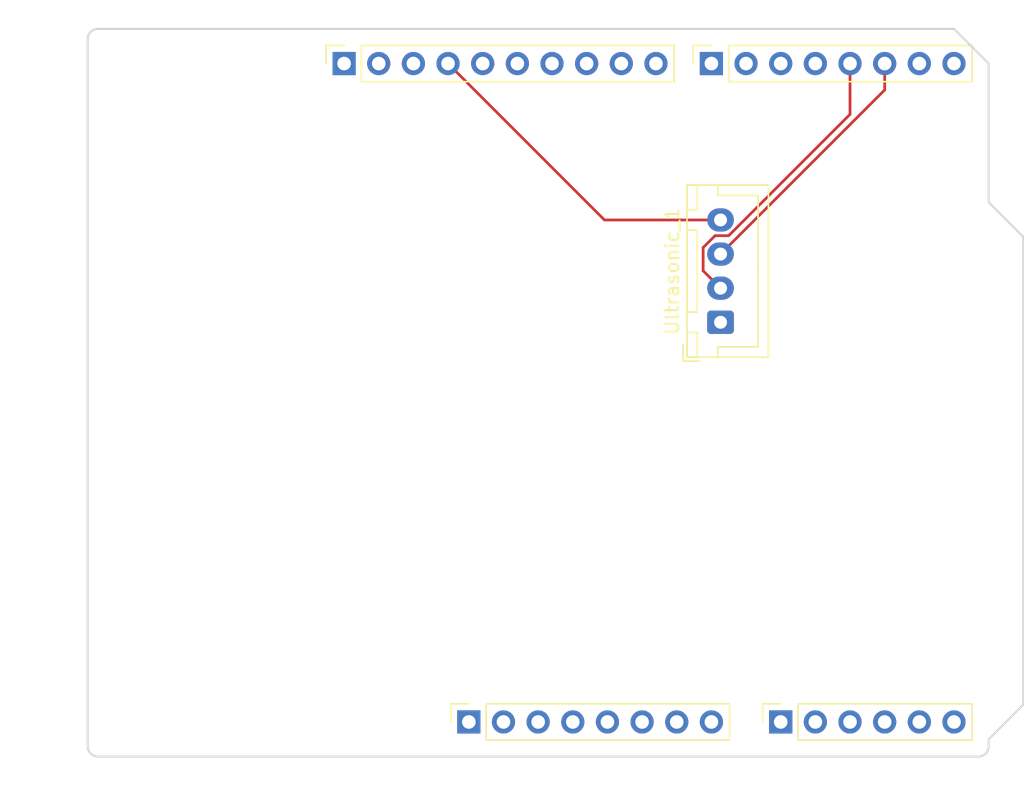
<source format=kicad_pcb>
(kicad_pcb (version 20240108) (generator "pcbnew") (generator_version "8.0")
  (title_block (date "mar. 31 mars 2015"))
  (layers (0 "F.Cu" signal) (31 "B.Cu" signal) (34 "B.Paste" user) (35 "F.Paste" user) (36 "B.SilkS" user "B.Silkscreen") (37 "F.SilkS" user "F.Silkscreen") (38 "B.Mask" user) (39 "F.Mask" user) (44 "Edge.Cuts" user))
  (net 0 "")
  (net 1 "GND")
  (net 3 "+5V")
  (net 4 "/IOREF")
  (net 5 "/A0")
  (net 6 "/A1")
  (net 7 "/A2")
  (net 8 "/A3")
  (net 9 "/SDA{slash}A4")
  (net 10 "/SCL{slash}A5")
  (net 11 "/13")
  (net 12 "/12")
  (net 13 "/AREF")
  (net 14 "/8")
  (net 15 "/7")
  (net 16 "/*11")
  (net 17 "/*10")
  (net 18 "/*9")
  (net 19 "/4")
  (net 20 "/2")
  (net 21 "/*6")
  (net 22 "/*5")
  (net 23 "/TX{slash}1")
  (net 24 "/*3")
  (net 25 "/RX{slash}0")
  (net 26 "+3V3")
  (net 27 "VCC")
  (net 28 "/~{RESET}")
  (footprint "Connector_PinSocket_2.54mm:PinSocket_1x08_P2.54mm_Vertical" (layer "F.Cu") (at 127.94 97.46 90)
    (property "Reference" "J1" (hide yes))
    (property "Value" "Power")
    (fp_line (start 1.33 -1.33) (end 1.33 0) (stroke (width 0.12)) (layer "F.SilkS"))
    (fp_line (start 0 -1.33) (end 1.33 -1.33) (stroke (width 0.12)) (layer "F.SilkS"))
    (fp_line (start 1.33 1.27) (end 1.33 19.11) (stroke (width 0.12)) (layer "F.SilkS"))
    (fp_line (start -1.33 1.27) (end 1.33 1.27) (stroke (width 0.12)) (layer "F.SilkS"))
    (fp_line (start -1.33 1.27) (end -1.33 19.11) (stroke (width 0.12)) (layer "F.SilkS"))
    (fp_line (start -1.33 19.11) (end 1.33 19.11) (stroke (width 0.12)) (layer "F.SilkS"))
    (pad "1" thru_hole rect (at 0 0 90) (size 1.7 1.7) (drill 1) (layers "*.Cu" "*.Mask"))
    (pad "2" thru_hole oval (at 0 2.54 90) (size 1.7 1.7) (drill 1) (layers "*.Cu" "*.Mask") (net 4 "/IOREF"))
    (pad "3" thru_hole oval (at 0 5.08 90) (size 1.7 1.7) (drill 1) (layers "*.Cu" "*.Mask") (net 28 "/~{RESET}"))
    (pad "4" thru_hole oval (at 0 7.62 90) (size 1.7 1.7) (drill 1) (layers "*.Cu" "*.Mask") (net 26 "+3V3"))
    (pad "5" thru_hole oval (at 0 10.16 90) (size 1.7 1.7) (drill 1) (layers "*.Cu" "*.Mask") (net 3 "+5V"))
    (pad "6" thru_hole oval (at 0 12.7 90) (size 1.7 1.7) (drill 1) (layers "*.Cu" "*.Mask") (net 1 "GND"))
    (pad "7" thru_hole oval (at 0 15.24 90) (size 1.7 1.7) (drill 1) (layers "*.Cu" "*.Mask") (net 1 "GND"))
    (pad "8" thru_hole oval (at 0 17.78 90) (size 1.7 1.7) (drill 1) (layers "*.Cu" "*.Mask") (net 27 "VCC"))
  )
  (footprint "Connector_PinSocket_2.54mm:PinSocket_1x06_P2.54mm_Vertical" (layer "F.Cu") (at 150.8 97.46 90)
    (property "Reference" "J3" (hide yes))
    (property "Value" "Analog")
    (fp_line (start 1.33 -1.33) (end 1.33 0) (stroke (width 0.12)) (layer "F.SilkS"))
    (fp_line (start 0 -1.33) (end 1.33 -1.33) (stroke (width 0.12)) (layer "F.SilkS"))
    (fp_line (start 1.33 1.27) (end 1.33 14.03) (stroke (width 0.12)) (layer "F.SilkS"))
    (fp_line (start -1.33 1.27) (end 1.33 1.27) (stroke (width 0.12)) (layer "F.SilkS"))
    (fp_line (start -1.33 1.27) (end -1.33 14.03) (stroke (width 0.12)) (layer "F.SilkS"))
    (fp_line (start -1.33 14.03) (end 1.33 14.03) (stroke (width 0.12)) (layer "F.SilkS"))
    (pad "1" thru_hole rect (at 0 0 90) (size 1.7 1.7) (drill 1) (layers "*.Cu" "*.Mask") (net 5 "/A0"))
    (pad "2" thru_hole oval (at 0 2.54 90) (size 1.7 1.7) (drill 1) (layers "*.Cu" "*.Mask") (net 6 "/A1"))
    (pad "3" thru_hole oval (at 0 5.08 90) (size 1.7 1.7) (drill 1) (layers "*.Cu" "*.Mask") (net 7 "/A2"))
    (pad "4" thru_hole oval (at 0 7.62 90) (size 1.7 1.7) (drill 1) (layers "*.Cu" "*.Mask") (net 8 "/A3"))
    (pad "5" thru_hole oval (at 0 10.16 90) (size 1.7 1.7) (drill 1) (layers "*.Cu" "*.Mask") (net 9 "/SDA{slash}A4"))
    (pad "6" thru_hole oval (at 0 12.7 90) (size 1.7 1.7) (drill 1) (layers "*.Cu" "*.Mask") (net 10 "/SCL{slash}A5"))
  )
  (footprint "Connector_PinSocket_2.54mm:PinSocket_1x10_P2.54mm_Vertical" (layer "F.Cu") (at 118.796 49.2 90)
    (property "Reference" "J2" (hide yes))
    (property "Value" "Digital/PWM")
    (fp_line (start 1.33 -1.33) (end 1.33 0) (stroke (width 0.12)) (layer "F.SilkS"))
    (fp_line (start 0 -1.33) (end 1.33 -1.33) (stroke (width 0.12)) (layer "F.SilkS"))
    (fp_line (start 1.33 1.27) (end 1.33 24.19) (stroke (width 0.12)) (layer "F.SilkS"))
    (fp_line (start -1.33 1.27) (end 1.33 1.27) (stroke (width 0.12)) (layer "F.SilkS"))
    (fp_line (start -1.33 1.27) (end -1.33 24.19) (stroke (width 0.12)) (layer "F.SilkS"))
    (fp_line (start -1.33 24.19) (end 1.33 24.19) (stroke (width 0.12)) (layer "F.SilkS"))
    (pad "1" thru_hole rect (at 0 0 90) (size 1.7 1.7) (drill 1) (layers "*.Cu" "*.Mask") (net 10 "/SCL{slash}A5"))
    (pad "2" thru_hole oval (at 0 2.54 90) (size 1.7 1.7) (drill 1) (layers "*.Cu" "*.Mask") (net 9 "/SDA{slash}A4"))
    (pad "3" thru_hole oval (at 0 5.08 90) (size 1.7 1.7) (drill 1) (layers "*.Cu" "*.Mask") (net 13 "/AREF"))
    (pad "4" thru_hole oval (at 0 7.62 90) (size 1.7 1.7) (drill 1) (layers "*.Cu" "*.Mask") (net 1 "GND"))
    (pad "5" thru_hole oval (at 0 10.16 90) (size 1.7 1.7) (drill 1) (layers "*.Cu" "*.Mask") (net 11 "/13"))
    (pad "6" thru_hole oval (at 0 12.7 90) (size 1.7 1.7) (drill 1) (layers "*.Cu" "*.Mask") (net 12 "/12"))
    (pad "7" thru_hole oval (at 0 15.24 90) (size 1.7 1.7) (drill 1) (layers "*.Cu" "*.Mask") (net 16 "/*11"))
    (pad "8" thru_hole oval (at 0 17.78 90) (size 1.7 1.7) (drill 1) (layers "*.Cu" "*.Mask") (net 17 "/*10"))
    (pad "9" thru_hole oval (at 0 20.32 90) (size 1.7 1.7) (drill 1) (layers "*.Cu" "*.Mask") (net 18 "/*9"))
    (pad "10" thru_hole oval (at 0 22.86 90) (size 1.7 1.7) (drill 1) (layers "*.Cu" "*.Mask") (net 14 "/8"))
  )
  (footprint "Connector_PinSocket_2.54mm:PinSocket_1x08_P2.54mm_Vertical" (layer "F.Cu") (at 145.72 49.2 90)
    (property "Reference" "J4" (hide yes))
    (property "Value" "Digital/PWM")
    (fp_line (start 1.33 -1.33) (end 1.33 0) (stroke (width 0.12)) (layer "F.SilkS"))
    (fp_line (start 0 -1.33) (end 1.33 -1.33) (stroke (width 0.12)) (layer "F.SilkS"))
    (fp_line (start 1.33 1.27) (end 1.33 19.11) (stroke (width 0.12)) (layer "F.SilkS"))
    (fp_line (start -1.33 1.27) (end 1.33 1.27) (stroke (width 0.12)) (layer "F.SilkS"))
    (fp_line (start -1.33 1.27) (end -1.33 19.11) (stroke (width 0.12)) (layer "F.SilkS"))
    (fp_line (start -1.33 19.11) (end 1.33 19.11) (stroke (width 0.12)) (layer "F.SilkS"))
    (pad "1" thru_hole rect (at 0 0 90) (size 1.7 1.7) (drill 1) (layers "*.Cu" "*.Mask") (net 15 "/7"))
    (pad "2" thru_hole oval (at 0 2.54 90) (size 1.7 1.7) (drill 1) (layers "*.Cu" "*.Mask") (net 21 "/*6"))
    (pad "3" thru_hole oval (at 0 5.08 90) (size 1.7 1.7) (drill 1) (layers "*.Cu" "*.Mask") (net 22 "/*5"))
    (pad "4" thru_hole oval (at 0 7.62 90) (size 1.7 1.7) (drill 1) (layers "*.Cu" "*.Mask") (net 19 "/4"))
    (pad "5" thru_hole oval (at 0 10.16 90) (size 1.7 1.7) (drill 1) (layers "*.Cu" "*.Mask") (net 24 "/*3"))
    (pad "6" thru_hole oval (at 0 12.7 90) (size 1.7 1.7) (drill 1) (layers "*.Cu" "*.Mask") (net 20 "/2"))
    (pad "7" thru_hole oval (at 0 15.24 90) (size 1.7 1.7) (drill 1) (layers "*.Cu" "*.Mask") (net 23 "/TX{slash}1"))
    (pad "8" thru_hole oval (at 0 17.78 90) (size 1.7 1.7) (drill 1) (layers "*.Cu" "*.Mask") (net 25 "/RX{slash}0"))
  )
  (footprint "Arduino_MountingHole:MountingHole_3.2mm" (layer "F.Cu") (at 115.24 49.2)
    (property "Reference" "MH1" (hide yes))
    (property "Value" "MountingHole_3.2mm" (hide yes))
    (pad "" np_thru_hole circle (at 0 0) (size 3.2 3.2) (drill 3.2) (layers "*.Cu" "*.Mask"))
  )
  (footprint "Connector_JST:JST_XH_B4B-XH-A_1x04_P2.50mm_Vertical" (layer "F.Cu") (at 146.3888 68.1646 90)
    (property "Reference" "Ultrasonic_1" (at 3.75 -3.55 90) (layer "F.SilkS"))
    (property "Value" "Ultrasonic 1")
    (fp_line (start -1.6 -2.75) (end -2.85 -2.75) (stroke (width 0.12)) (layer "F.SilkS"))
    (fp_line (start -2.85 -2.75) (end -2.85 -1.5) (stroke (width 0.12)) (layer "F.SilkS"))
    (fp_line (start 10.06 -2.46) (end -2.56 -2.46) (stroke (width 0.12)) (layer "F.SilkS"))
    (fp_line (start -2.56 -2.46) (end -2.56 3.51) (stroke (width 0.12)) (layer "F.SilkS"))
    (fp_line (start 10.05 -2.45) (end 8.25 -2.45) (stroke (width 0.12)) (layer "F.SilkS"))
    (fp_line (start 8.25 -2.45) (end 8.25 -1.7) (stroke (width 0.12)) (layer "F.SilkS"))
    (fp_line (start 6.75 -2.45) (end 0.75 -2.45) (stroke (width 0.12)) (layer "F.SilkS"))
    (fp_line (start 0.75 -2.45) (end 0.75 -1.7) (stroke (width 0.12)) (layer "F.SilkS"))
    (fp_line (start -0.75 -2.45) (end -2.55 -2.45) (stroke (width 0.12)) (layer "F.SilkS"))
    (fp_line (start -2.55 -2.45) (end -2.55 -1.7) (stroke (width 0.12)) (layer "F.SilkS"))
    (fp_line (start 10.05 -1.7) (end 10.05 -2.45) (stroke (width 0.12)) (layer "F.SilkS"))
    (fp_line (start 8.25 -1.7) (end 10.05 -1.7) (stroke (width 0.12)) (layer "F.SilkS"))
    (fp_line (start 6.75 -1.7) (end 6.75 -2.45) (stroke (width 0.12)) (layer "F.SilkS"))
    (fp_line (start 0.75 -1.7) (end 6.75 -1.7) (stroke (width 0.12)) (layer "F.SilkS"))
    (fp_line (start -0.75 -1.7) (end -0.75 -2.45) (stroke (width 0.12)) (layer "F.SilkS"))
    (fp_line (start -2.55 -1.7) (end -0.75 -1.7) (stroke (width 0.12)) (layer "F.SilkS"))
    (fp_line (start 10.05 -0.2) (end 9.3 -0.2) (stroke (width 0.12)) (layer "F.SilkS"))
    (fp_line (start 9.3 -0.2) (end 9.3 2.75) (stroke (width 0.12)) (layer "F.SilkS"))
    (fp_line (start -1.8 -0.2) (end -1.8 2.75) (stroke (width 0.12)) (layer "F.SilkS"))
    (fp_line (start -2.55 -0.2) (end -1.8 -0.2) (stroke (width 0.12)) (layer "F.SilkS"))
    (fp_line (start 9.3 2.75) (end 3.75 2.75) (stroke (width 0.12)) (layer "F.SilkS"))
    (fp_line (start -1.8 2.75) (end 3.75 2.75) (stroke (width 0.12)) (layer "F.SilkS"))
    (fp_line (start 10.06 3.51) (end 10.06 -2.46) (stroke (width 0.12)) (layer "F.SilkS"))
    (fp_line (start -2.56 3.51) (end 10.06 3.51) (stroke (width 0.12)) (layer "F.SilkS"))
    (pad "1" thru_hole roundrect (at 0 0 90) (size 1.7 1.95) (drill 0.95) (layers "*.Cu" "*.Mask") (roundrect_rratio 0.147059) (net 27 "VCC"))
    (pad "2" thru_hole oval (at 2.5 0 90) (size 1.7 1.95) (drill 0.95) (layers "*.Cu" "*.Mask") (net 24 "/*3"))
    (pad "3" thru_hole oval (at 5 0 90) (size 1.7 1.95) (drill 0.95) (layers "*.Cu" "*.Mask") (net 20 "/2"))
    (pad "4" thru_hole oval (at 7.5 0 90) (size 1.7 1.95) (drill 0.95) (layers "*.Cu" "*.Mask") (net 1 "GND"))
  )
  (footprint "Arduino_MountingHole:MountingHole_3.2mm" (layer "F.Cu") (at 113.97 97.46)
    (property "Reference" "MH2" (hide yes))
    (property "Value" "MountingHole_3.2mm" (hide yes))
    (pad "" np_thru_hole circle (at 0 0) (size 3.2 3.2) (drill 3.2) (layers "*.Cu" "*.Mask"))
  )
  (footprint "Arduino_MountingHole:MountingHole_3.2mm" (layer "F.Cu") (at 166.04 64.44)
    (property "Reference" "MH3" (hide yes))
    (property "Value" "MountingHole_3.2mm" (hide yes))
    (pad "" np_thru_hole circle (at 0 0) (size 3.2 3.2) (drill 3.2) (layers "*.Cu" "*.Mask"))
  )
  (footprint "Arduino_MountingHole:MountingHole_3.2mm" (layer "F.Cu") (at 166.04 92.38)
    (property "Reference" "MH4" (hide yes))
    (property "Value" "MountingHole_3.2mm" (hide yes))
    (pad "" np_thru_hole circle (at 0 0) (size 3.2 3.2) (drill 3.2) (layers "*.Cu" "*.Mask"))
  )
  (gr_line (start 166.04 59.36) (end 168.58 61.9) (stroke (width 0.15)) (layer "Edge.Cuts"))
  (gr_line (start 100 99.238) (end 100 47.422) (stroke (width 0.15)) (layer "Edge.Cuts"))
  (gr_line (start 168.58 61.9) (end 168.58 96.19) (stroke (width 0.15)) (layer "Edge.Cuts"))
  (gr_line (start 165.278 100) (end 100.762 100) (stroke (width 0.15)) (layer "Edge.Cuts"))
  (gr_line (start 100.762 46.66) (end 163.5 46.66) (stroke (width 0.15)) (layer "Edge.Cuts"))
  (gr_arc (start 100.762 100) (mid 100.223185 99.776815) (end 100 99.238) (stroke (width 0.15)) (layer "Edge.Cuts"))
  (gr_line (start 168.58 96.19) (end 166.04 98.73) (stroke (width 0.15)) (layer "Edge.Cuts"))
  (gr_line (start 163.5 46.66) (end 166.04 49.2) (stroke (width 0.15)) (layer "Edge.Cuts"))
  (gr_arc (start 166.04 99.238) (mid 165.816815 99.776815) (end 165.278 100) (stroke (width 0.15)) (layer "Edge.Cuts"))
  (gr_line (start 166.04 49.2) (end 166.04 59.36) (stroke (width 0.15)) (layer "Edge.Cuts"))
  (gr_line (start 166.04 98.73) (end 166.04 99.238) (stroke (width 0.15)) (layer "Edge.Cuts"))
  (gr_arc (start 100 47.422) (mid 100.223185 46.883185) (end 100.762 46.66) (stroke (width 0.15)) (layer "Edge.Cuts"))
  (segment (start 146.3888 60.6646) (end 137.8806 60.6646) (width 0.2) (layer "F.Cu") (net 1))
  (segment (start 137.8806 60.6646) (end 126.416 49.2) (width 0.2) (layer "F.Cu") (net 1))
  (segment (start 158.42 51.1334) (end 158.42 49.2) (width 0.2) (layer "F.Cu") (net 20))
  (segment (start 146.3888 63.1646) (end 158.42 51.1334) (width 0.2) (layer "F.Cu") (net 20))
  (segment (start 155.88 52.924746) (end 155.88 49.2) (width 0.2) (layer "F.Cu") (net 24))
  (segment (start 146.990146 61.8146) (end 155.88 52.924746) (width 0.2) (layer "F.Cu") (net 24))
  (segment (start 146.3888 65.6646) (end 145.1138 64.3896) (width 0.2) (layer "F.Cu") (net 24))
  (segment (start 145.1138 64.3896) (end 145.1138 62.688254) (width 0.2) (layer "F.Cu") (net 24))
  (segment (start 145.1138 62.688254) (end 145.987454 61.8146) (width 0.2) (layer "F.Cu") (net 24))
  (segment (start 145.987454 61.8146) (end 146.990146 61.8146) (width 0.2) (layer "F.Cu") (net 24))
)
</source>
